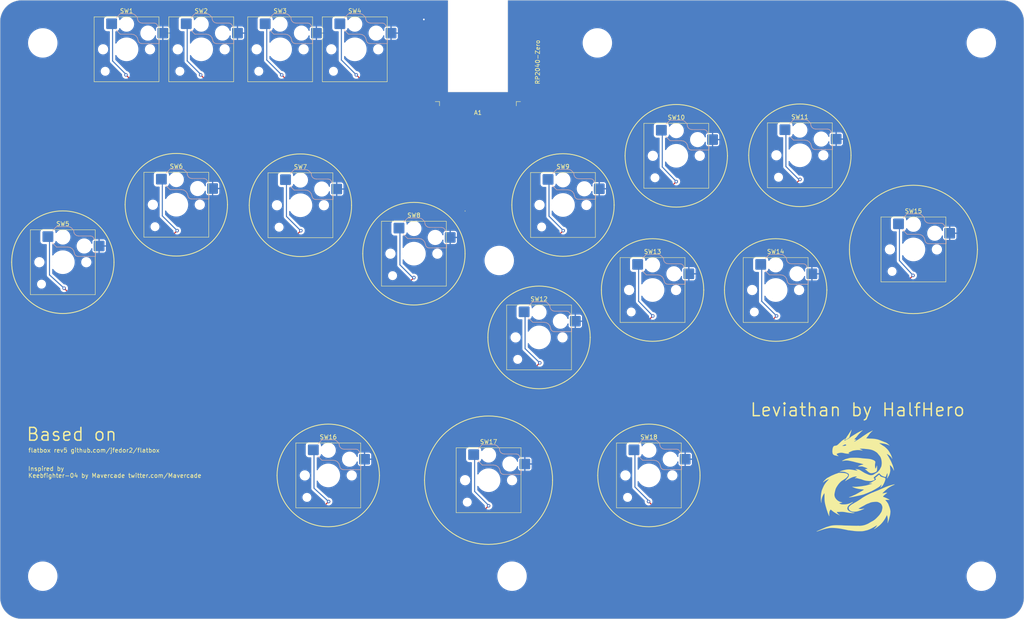
<source format=kicad_pcb>
(kicad_pcb (version 20240108) (generator "pcbnew") (generator_version "8.0")
  (layers (0 "F.Cu" signal) (31 "B.Cu" signal) (34 "B.Paste" user) (35 "F.Paste" user) (36 "B.SilkS" user "B.Silkscreen") (37 "F.SilkS" user "F.Silkscreen") (38 "B.Mask" user) (39 "F.Mask" user) (44 "Edge.Cuts" user))
  (net 0 "")
  (net 1 "GND")
  (net 2 "LEFT")
  (net 3 "DOWN")
  (net 4 "RIGHT")
  (net 5 "UP")
  (net 6 "L1")
  (net 7 "R1")
  (net 8 "TRIANGLE")
  (net 9 "SQUARE")
  (net 10 "CIRCLE")
  (net 11 "CROSS")
  (net 12 "R2")
  (net 13 "L2")
  (net 14 "OPT1")
  (net 15 "OPT2")
  (net 16 "OPT3")
  (net 17 "OPT4")
  (net 18 "OPT5")
  (net 19 "OPT6")
  (footprint "PCM_Switch_Keyboard_Hotswap_Kailh:SW_Hotswap_Kailh_Choc_V1V2" (layer "F.Cu") (at 120.4 68.05)
    (property "Reference" "SW7")
    (property "Value" "SW_Push")
  )
  (footprint "PCM_Switch_Keyboard_Hotswap_Kailh:SW_Hotswap_Kailh_Choc_V1V2" (layer "F.Cu") (at 147 79.4)
    (property "Reference" "SW8")
    (property "Value" "SW_Push")
  )
  (footprint "PCM_Switch_Keyboard_Hotswap_Kailh:SW_Hotswap_Kailh_Choc_V1V2" (layer "F.Cu") (at 164.5 132.5)
    (property "Reference" "SW17")
    (property "Value" "SW_Push")
  )
  (footprint "PCM_Switch_Keyboard_Hotswap_Kailh:SW_Hotswap_Kailh_Choc_V1V2" (layer "F.Cu") (at 181.94 67.99)
    (property "Reference" "SW9")
    (property "Value" "SW_Push")
  )
  (footprint "PCM_Switch_Keyboard_Hotswap_Kailh:SW_Hotswap_Kailh_Choc_V1V2" (layer "F.Cu") (at 208.5 56.46)
    (property "Reference" "SW10")
    (property "Value" "SW_Push")
  )
  (footprint "PCM_Switch_Keyboard_Hotswap_Kailh:SW_Hotswap_Kailh_Choc_V1V2" (layer "F.Cu") (at 237.47 56.34)
    (property "Reference" "SW11")
    (property "Value" "SW_Push")
  )
  (footprint "PCM_Switch_Keyboard_Hotswap_Kailh:SW_Hotswap_Kailh_Choc_V1V2" (layer "F.Cu") (at 176.33 99.03)
    (property "Reference" "SW12")
    (property "Value" "SW_Push")
  )
  (footprint "PCM_Switch_Keyboard_Hotswap_Kailh:SW_Hotswap_Kailh_Choc_V1V2" (layer "F.Cu") (at 202.94 87.92)
    (property "Reference" "SW13")
    (property "Value" "SW_Push")
  )
  (footprint "PCM_Switch_Keyboard_Hotswap_Kailh:SW_Hotswap_Kailh_Choc_V1V2" (layer "F.Cu") (at 231.79 87.92)
    (property "Reference" "SW14")
    (property "Value" "SW_Push")
  )
  (footprint "MountingHole:MountingHole_6.4mm_M6" (layer "F.Cu") (at 60 30)
    (property "Reference" "H1" (hide yes))
    (property "Value" "MountingHole")
  )
  (footprint "MountingHole:MountingHole_6.4mm_M6" (layer "F.Cu") (at 60 155)
    (property "Reference" "H4" (hide yes))
    (property "Value" "MountingHole")
  )
  (footprint "MountingHole:MountingHole_6.4mm_M6" (layer "F.Cu") (at 280 155)
    (property "Reference" "H6" (hide yes))
    (property "Value" "MountingHole")
  )
  (footprint "PCM_Switch_Keyboard_Hotswap_Kailh:SW_Hotswap_Kailh_Choc_V1V2" (layer "F.Cu") (at 91.305 67.93)
    (property "Reference" "SW6")
    (property "Value" "SW_Push")
  )
  (footprint "MountingHole:MountingHole_6.4mm_M6" (layer "F.Cu") (at 280 30)
    (property "Reference" "H3" (hide yes))
    (property "Value" "MountingHole")
  )
  (footprint "PCM_Switch_Keyboard_Hotswap_Kailh:SW_Hotswap_Kailh_Choc_V1V2_1.00u" (layer "F.Cu") (at 97.1375 31.5)
    (property "Reference" "SW2")
    (property "Value" "SW_Push")
  )
  (footprint "PCM_Switch_Keyboard_Hotswap_Kailh:SW_Hotswap_Kailh_Choc_V1V2_1.00u" (layer "F.Cu") (at 115.6365 31.5)
    (property "Reference" "SW3")
    (property "Value" "SW_Push")
  )
  (footprint "PCM_Switch_Keyboard_Hotswap_Kailh:SW_Hotswap_Kailh_Choc_V1V2_1.00u" (layer "F.Cu") (at 79.6375 31.5)
    (property "Reference" "SW1")
    (property "Value" "SW_Push")
  )
  (footprint "PCM_Switch_Keyboard_Hotswap_Kailh:SW_Hotswap_Kailh_Choc_V1V2_1.00u" (layer "F.Cu") (at 133.1375 31.5)
    (property "Reference" "SW4")
    (property "Value" "SW_Push")
  )
  (footprint "PCM_Switch_Keyboard_Hotswap_Kailh:SW_Hotswap_Kailh_Choc_V1V2" (layer "F.Cu") (at 64.705 81.4)
    (property "Reference" "SW5")
    (property "Value" "SW_Push")
  )
  (footprint "PCM_Switch_Keyboard_Hotswap_Kailh:SW_Hotswap_Kailh_Choc_V1V2" (layer "F.Cu") (at 264.086255 78.410082)
    (property "Reference" "SW15")
    (property "Value" "SW_Push")
  )
  (footprint "PCM_Switch_Keyboard_Hotswap_Kailh:SW_Hotswap_Kailh_Choc_V1V2" (layer "F.Cu") (at 126.92 131.38)
    (property "Reference" "SW16")
    (property "Value" "SW_Push")
  )
  (footprint "LOGO" (layer "F.Cu") (at 250.66 132.44)
    (property "Reference" "leviathan-logo" (hide yes))
    (property "Value" "" (hide yes))
  )
  (footprint "RP2040-Zero:RP2040-Zero" (layer "F.Cu") (at 162 32)
    (property "Reference" "A1")
    (property "Value" "RP2040-Zero")
  )
  (footprint "MountingHole:MountingHole_6.4mm_M6" (layer "F.Cu") (at 167 81)
    (property "Reference" "H7" (hide yes))
    (property "Value" "MountingHole")
  )
  (footprint "MountingHole:MountingHole_6.4mm_M6" (layer "F.Cu") (at 190 30)
    (property "Reference" "H2" (hide yes))
    (property "Value" "MountingHole")
  )
  (footprint "MountingHole:MountingHole_6.4mm_M6" (layer "F.Cu") (at 170 155)
    (property "Reference" "H5" (hide yes))
    (property "Value" "MountingHole")
  )
  (footprint "PCM_Switch_Keyboard_Hotswap_Kailh:SW_Hotswap_Kailh_Choc_V1V2" (layer "F.Cu") (at 202.08 131.38)
    (property "Reference" "SW18")
    (property "Value" "SW_Push")
  )
  (gr_line (start 249.462567 56.343258) (end 249.462567 56.343258) (stroke (width 0.2)) (layer "F.SilkS"))
  (gr_curve (pts (xy 132.917215 141.799308) (xy 129.20603 143.947765) (xy 124.633662 143.947765) (xy 120.922477 141.799308)) (stroke (width 0.2)) (layer "F.SilkS"))
  (gr_curve (pts (xy 108.400345 68.05053) (xy 108.400345 63.753617) (xy 110.686529 59.783105) (xy 114.397714 57.634648)) (stroke (width 0.2)) (layer "F.SilkS"))
  (gr_curve (pts (xy 70.701646 91.818162) (xy 66.990462 93.966619) (xy 62.418093 93.966619) (xy 58.706909 91.818162)) (stroke (width 0.2)) (layer "F.SilkS"))
  (gr_curve (pts (xy 126.392452 57.634648) (xy 130.103636 59.783105) (xy 132.389821 63.753617) (xy 132.389821 68.05053)) (stroke (width 0.2)) (layer "F.SilkS"))
  (gr_curve (pts (xy 214.492661 66.8774) (xy 210.781476 69.025857) (xy 206.209108 69.025857) (xy 202.497923 66.8774)) (stroke (width 0.2)) (layer "F.SilkS"))
  (gr_curve (pts (xy 249.077592 78.409747) (xy 249.077592 73.034523) (xy 251.937493 68.067611) (xy 256.58 65.38)) (stroke (width 0.2)) (layer "F.SilkS"))
  (gr_line (start 220.49003 56.461518) (end 220.49003 56.461518) (stroke (width 0.2)) (layer "F.SilkS"))
  (gr_curve (pts (xy 156.993745 145.529412) (xy 152.351238 142.8418) (xy 149.491337 137.874889) (xy 149.491337 132.499665)) (stroke (width 0.2)) (layer "F.SilkS"))
  (gr_curve (pts (xy 237.78893 98.333303) (xy 234.077745 100.481759) (xy 229.505377 100.481759) (xy 225.794192 98.333303)) (stroke (width 0.2)) (layer "F.SilkS"))
  (gr_curve (pts (xy 279.087224 78.409747) (xy 279.087224 83.784971) (xy 276.227322 88.751882) (xy 271.584816 91.439494)) (stroke (width 0.2)) (layer "F.SilkS"))
  (gr_curve (pts (xy 190.085108 131.383426) (xy 190.085108 127.086513) (xy 192.371293 123.116001) (xy 196.082477 120.967546)) (stroke (width 0.2)) (layer "F.SilkS"))
  (gr_curve (pts (xy 70.701646 70.986398) (xy 74.412831 73.134855) (xy 76.699015 77.105367) (xy 76.699015 81.40228)) (stroke (width 0.2)) (layer "F.SilkS"))
  (gr_curve (pts (xy 225.794192 77.501539) (xy 229.505377 75.353082) (xy 234.077745 75.353082) (xy 237.78893 77.501539)) (stroke (width 0.2)) (layer "F.SilkS"))
  (gr_curve (pts (xy 175.945684 78.410868) (xy 172.234499 76.262411) (xy 169.948315 72.2919) (xy 169.948315 67.994986)) (stroke (width 0.2)) (layer "F.SilkS"))
  (gr_curve (pts (xy 243.786299 87.917421) (xy 243.786299 92.214334) (xy 241.500115 96.184846) (xy 237.78893 98.333303)) (stroke (width 0.2)) (layer "F.SilkS"))
  (gr_curve (pts (xy 120.922477 120.967546) (xy 124.633662 118.819088) (xy 129.20603 118.819088) (xy 132.917215 120.967546)) (stroke (width 0.2)) (layer "F.SilkS"))
  (gr_curve (pts (xy 243.465198 45.927376) (xy 247.176383 48.075832) (xy 249.462567 52.046344) (xy 249.462567 56.343258)) (stroke (width 0.2)) (layer "F.SilkS"))
  (gr_line (start 214.932021 87.917421) (end 214.932021 87.917421) (stroke (width 0.2)) (layer "F.SilkS"))
  (gr_curve (pts (xy 126.392452 78.466412) (xy 122.681267 80.614869) (xy 118.108899 80.614869) (xy 114.397714 78.466412)) (stroke (width 0.2)) (layer "F.SilkS"))
  (gr_curve (pts (xy 208.934652 98.333303) (xy 205.223467 100.481759) (xy 200.651099 100.481759) (xy 196.939914 98.333303)) (stroke (width 0.2)) (layer "F.SilkS"))
  (gr_line (start 279.087224 78.409747) (end 279.087224 78.409747) (stroke (width 0.2)) (layer "F.SilkS"))
  (gr_curve (pts (xy 219.796823 87.917421) (xy 219.796823 83.620507) (xy 222.083008 79.649996) (xy 225.794192 77.501539)) (stroke (width 0.2)) (layer "F.SilkS"))
  (gr_curve (pts (xy 171.998561 145.529412) (xy 167.356055 148.217024) (xy 161.636251 148.217024) (xy 156.993745 145.529412)) (stroke (width 0.2)) (layer "F.SilkS"))
  (gr_curve (pts (xy 202.497923 46.045636) (xy 206.209108 43.89718) (xy 210.781476 43.89718) (xy 214.492661 46.045636)) (stroke (width 0.2)) (layer "F.SilkS"))
  (gr_curve (pts (xy 114.925108 131.383426) (xy 114.925108 127.086513) (xy 117.211293 123.116001) (xy 120.922477 120.967546)) (stroke (width 0.2)) (layer "F.SilkS"))
  (gr_curve (pts (xy 120.922477 141.799308) (xy 117.211293 139.650852) (xy 114.925108 135.68034) (xy 114.925108 131.383426)) (stroke (width 0.2)) (layer "F.SilkS"))
  (gr_curve (pts (xy 97.301646 57.516398) (xy 101.012831 59.664855) (xy 103.299015 63.635367) (xy 103.299015 67.93228)) (stroke (width 0.2)) (layer "F.SilkS"))
  (gr_curve (pts (xy 58.706909 70.986398) (xy 62.418093 68.837941) (xy 66.990462 68.837941) (xy 70.701646 70.986398)) (stroke (width 0.2)) (layer "F.SilkS"))
  (gr_curve (pts (xy 193.937791 67.994986) (xy 193.937791 72.2919) (xy 191.651607 76.262411) (xy 187.940422 78.410868)) (stroke (width 0.2)) (layer "F.SilkS"))
  (gr_curve (pts (xy 85.306909 57.516398) (xy 89.018093 55.367941) (xy 93.590462 55.367941) (xy 97.301646 57.516398)) (stroke (width 0.2)) (layer "F.SilkS"))
  (gr_curve (pts (xy 164.335108 99.033426) (xy 164.335108 94.736513) (xy 166.621293 90.766001) (xy 170.332477 88.617546)) (stroke (width 0.2)) (layer "F.SilkS"))
  (gr_curve (pts (xy 196.082477 141.799308) (xy 192.371293 139.650852) (xy 190.085108 135.68034) (xy 190.085108 131.383426)) (stroke (width 0.2)) (layer "F.SilkS"))
  (gr_curve (pts (xy 225.473091 56.343258) (xy 225.473091 52.046344) (xy 227.759275 48.075832) (xy 231.47046 45.927376)) (stroke (width 0.2)) (layer "F.SilkS"))
  (gr_curve (pts (xy 152.999904 89.818924) (xy 149.288719 91.96738) (xy 144.716351 91.96738) (xy 141.005166 89.818924)) (stroke (width 0.2)) (layer "F.SilkS"))
  (gr_curve (pts (xy 135.007798 79.403042) (xy 135.007798 75.106128) (xy 137.293982 71.135617) (xy 141.005166 68.98716)) (stroke (width 0.2)) (layer "F.SilkS"))
  (gr_curve (pts (xy 170.332477 88.617546) (xy 174.043662 86.469088) (xy 178.61603 86.469088) (xy 182.327215 88.617546)) (stroke (width 0.2)) (layer "F.SilkS"))
  (gr_curve (pts (xy 187.940422 57.579104) (xy 191.651607 59.727561) (xy 193.937791 63.698073) (xy 193.937791 67.994986)) (stroke (width 0.2)) (layer "F.SilkS"))
  (gr_curve (pts (xy 196.082477 120.967546) (xy 199.793662 118.819088) (xy 204.36603 118.819088) (xy 208.077215 120.967546)) (stroke (width 0.2)) (layer "F.SilkS"))
  (gr_curve (pts (xy 208.077215 120.967546) (xy 211.7884 123.116001) (xy 214.074584 127.086513) (xy 214.074584 131.383426)) (stroke (width 0.2)) (layer "F.SilkS"))
  (gr_curve (pts (xy 58.706909 91.818162) (xy 54.995724 89.669705) (xy 52.70954 85.699193) (xy 52.70954 81.40228)) (stroke (width 0.2)) (layer "F.SilkS"))
  (gr_line (start 188.324584 99.033426) (end 188.324584 99.033426) (stroke (width 0.2)) (layer "F.SilkS"))
  (gr_curve (pts (xy 214.932021 87.917421) (xy 214.932021 92.214334) (xy 212.645837 96.184846) (xy 208.934652 98.333303)) (stroke (width 0.2)) (layer "F.SilkS"))
  (gr_curve (pts (xy 171.998561 119.469918) (xy 176.641067 122.157529) (xy 179.500969 127.124441) (xy 179.500969 132.499665)) (stroke (width 0.2)) (layer "F.SilkS"))
  (gr_curve (pts (xy 208.077215 141.799308) (xy 204.36603 143.947765) (xy 199.793662 143.947765) (xy 196.082477 141.799308)) (stroke (width 0.2)) (layer "F.SilkS"))
  (gr_curve (pts (xy 97.301646 78.348162) (xy 93.590462 80.496619) (xy 89.018093 80.496619) (xy 85.306909 78.348162)) (stroke (width 0.2)) (layer "F.SilkS"))
  (gr_curve (pts (xy 202.497923 66.8774) (xy 198.786739 64.728943) (xy 196.500555 60.758432) (xy 196.500555 56.461518)) (stroke (width 0.2)) (layer "F.SilkS"))
  (gr_curve (pts (xy 149.491337 132.499665) (xy 149.491337 127.124441) (xy 152.351238 122.157529) (xy 156.993745 119.469918)) (stroke (width 0.2)) (layer "F.SilkS"))
  (gr_line (start 193.937791 67.994986) (end 193.937791 67.994986) (stroke (width 0.2)) (layer "F.SilkS"))
  (gr_curve (pts (xy 182.327215 88.617546) (xy 186.0384 90.766001) (xy 188.324584 94.736513) (xy 188.324584 99.033426)) (stroke (width 0.2)) (layer "F.SilkS"))
  (gr_curve (pts (xy 256.58 91.439494) (xy 251.937493 88.751882) (xy 249.077592 83.784971) (xy 249.077592 78.409747)) (stroke (width 0.2)) (layer "F.SilkS"))
  (gr_curve (pts (xy 196.939914 98.333303) (xy 193.228729 96.184846) (xy 190.942545 92.214334) (xy 190.942545 87.917421)) (stroke (width 0.2)) (layer "F.SilkS"))
  (gr_curve (pts (xy 214.492661 46.045636) (xy 218.203846 48.194093) (xy 220.49003 52.164605) (xy 220.49003 56.461518)) (stroke (width 0.2)) (layer "F.SilkS"))
  (gr_curve (pts (xy 196.939914 77.501539) (xy 200.651099 75.353082) (xy 205.223467 75.353082) (xy 208.934652 77.501539)) (stroke (width 0.2)) (layer "F.SilkS"))
  (gr_curve (pts (xy 103.299015 67.93228) (xy 103.299015 72.229193) (xy 101.012831 76.199705) (xy 97.301646 78.348162)) (stroke (width 0.2)) (layer "F.SilkS"))
  (gr_curve (pts (xy 214.074584 131.383426) (xy 214.074584 135.68034) (xy 211.7884 139.650852) (xy 208.077215 141.799308)) (stroke (width 0.2)) (layer "F.SilkS"))
  (gr_curve (pts (xy 196.500555 56.461518) (xy 196.500555 52.164605) (xy 198.786739 48.194093) (xy 202.497923 46.045636)) (stroke (width 0.2)) (layer "F.SilkS"))
  (gr_curve (pts (xy 256.58 65.38) (xy 261.222506 62.692388) (xy 266.94231 62.692388) (xy 271.584816 65.38)) (stroke (width 0.2)) (layer "F.SilkS"))
  (gr_line (start 103.299015 67.93228) (end 103.299015 67.93228) (stroke (width 0.2)) (layer "F.SilkS"))
  (gr_curve (pts (xy 141.005166 68.98716) (xy 144.716351 66.838703) (xy 149.288719 66.838703) (xy 152.999904 68.98716)) (stroke (width 0.2)) (layer "F.SilkS"))
  (gr_curve (pts (xy 179.500969 132.499665) (xy 179.500969 137.874889) (xy 176.641067 142.8418) (xy 171.998561 145.529412)) (stroke (width 0.2)) (layer "F.SilkS"))
  (gr_curve (pts (xy 190.942545 87.917421) (xy 190.942545 83.620507) (xy 193.228729 79.649996) (xy 196.939914 77.501539)) (stroke (width 0.2)) (layer "F.SilkS"))
  (gr_curve (pts (xy 138.914584 131.383426) (xy 138.914584 135.68034) (xy 136.6284 139.650852) (xy 132.917215 141.799308)) (stroke (width 0.2)) (layer "F.SilkS"))
  (gr_curve (pts (xy 52.70954 81.40228) (xy 52.70954 77.105367) (xy 54.995724 73.134855) (xy 58.706909 70.986398)) (stroke (width 0.2)) (layer "F.SilkS"))
  (gr_curve (pts (xy 152.999904 68.98716) (xy 156.711089 71.135617) (xy 158.997273 75.106128) (xy 158.997273 79.403042)) (stroke (width 0.2)) (layer "F.SilkS"))
  (gr_curve (pts (xy 156.993745 119.469918) (xy 161.636251 116.782306) (xy 167.356055 116.782306) (xy 171.998561 119.469918)) (stroke (width 0.2)) (layer "F.SilkS"))
  (gr_curve (pts (xy 141.005166 89.818924) (xy 137.293982 87.670467) (xy 135.007798 83.699955) (xy 135.007798 79.403042)) (stroke (width 0.2)) (layer "F.SilkS"))
  (gr_curve (pts (xy 243.465198 66.759139) (xy 239.754013 68.907596) (xy 235.181645 68.907596) (xy 231.47046 66.759139)) (stroke (width 0.2)) (layer "F.SilkS"))
  (gr_curve (pts (xy 114.397714 78.466412) (xy 110.686529 76.317955) (xy 108.400345 72.347444) (xy 108.400345 68.05053)) (stroke (width 0.2)) (layer "F.SilkS"))
  (gr_curve (pts (xy 220.49003 56.461518) (xy 220.49003 60.758432) (xy 218.203846 64.728943) (xy 214.492661 66.8774)) (stroke (width 0.2)) (layer "F.SilkS"))
  (gr_curve (pts (xy 132.917215 120.967546) (xy 136.6284 123.116001) (xy 138.914584 127.086513) (xy 138.914584 131.383426)) (stroke (width 0.2)) (layer "F.SilkS"))
  (gr_curve (pts (xy 231.47046 66.759139) (xy 227.759275 64.610683) (xy 225.473091 60.640171) (xy 225.473091 56.343258)) (stroke (width 0.2)) (layer "F.SilkS"))
  (gr_curve (pts (xy 170.332477 109.449308) (xy 166.621293 107.300852) (xy 164.335108 103.33034) (xy 164.335108 99.033426)) (stroke (width 0.2)) (layer "F.SilkS"))
  (gr_curve (pts (xy 114.397714 57.634648) (xy 118.108899 55.486192) (xy 122.681267 55.486192) (xy 126.392452 57.634648)) (stroke (width 0.2)) (layer "F.SilkS"))
  (gr_curve (pts (xy 169.948315 67.994986) (xy 169.948315 63.698073) (xy 172.234499 59.727561) (xy 175.945684 57.579104)) (stroke (width 0.2)) (layer "F.SilkS"))
  (gr_line (start 158.997273 69.403042) (end 158.997273 69.403042) (stroke (width 0.2)) (layer "F.SilkS"))
  (gr_curve (pts (xy 271.584816 65.38) (xy 276.227322 68.067611) (xy 279.087224 73.034523) (xy 279.087224 78.409747)) (stroke (width 0.2)) (layer "F.SilkS"))
  (gr_line (start 132.389821 68.05053) (end 132.389821 68.05053) (stroke (width 0.2)) (layer "F.SilkS"))
  (gr_curve (pts (xy 182.327215 109.449308) (xy 178.61603 111.597765) (xy 174.043662 111.597765) (xy 170.332477 109.449308)) (stroke (width 0.2)) (layer "F.SilkS"))
  (gr_curve (pts (xy 188.324584 99.033426) (xy 188.324584 103.33034) (xy 186.0384 107.300852) (xy 182.327215 109.449308)) (stroke (width 0.2)) (layer "F.SilkS"))
  (gr_curve (pts (xy 132.389821 68.05053) (xy 132.389821 72.347444) (xy 130.103636 76.317955) (xy 126.392452 78.466412)) (stroke (width 0.2)) (layer "F.SilkS"))
  (gr_curve (pts (xy 225.794192 98.333303) (xy 222.083008 96.184846) (xy 219.796823 92.214334) (xy 219.796823 87.917421)) (stroke (width 0.2)) (layer "F.SilkS"))
  (gr_curve (pts (xy 208.934652 77.501539) (xy 212.645837 79.649996) (xy 214.932021 83.620507) (xy 214.932021 87.917421)) (stroke (width 0.2)) (layer "F.SilkS"))
  (gr_curve (pts (xy 85.306909 78.348162) (xy 81.595724 76.199705) (xy 79.30954 72.229193) (xy 79.30954 67.93228)) (stroke (width 0.2)) (layer "F.SilkS"))
  (gr_curve (pts (xy 76.699015 81.40228) (xy 76.699015 85.699193) (xy 74.412831 89.669705) (xy 70.701646 91.818162)) (stroke (width 0.2)) (layer "F.SilkS"))
  (gr_curve (pts (xy 79.30954 67.93228) (xy 79.30954 63.635367) (xy 81.595724 59.664855) (xy 85.306909 57.516398)) (stroke (width 0.2)) (layer "F.SilkS"))
  (gr_line (start 179.500969 132.499665) (end 179.500969 132.499665) (stroke (width 0.2)) (layer "F.SilkS"))
  (gr_curve (pts (xy 158.997273 79.403042) (xy 158.997273 83.699955) (xy 156.711089 87.670467) (xy 152.999904 89.818924)) (stroke (width 0.2)) (layer "F.SilkS"))
  (gr_curve (pts (xy 187.940422 78.410868) (xy 184.229237 80.559325) (xy 179.656869 80.559325) (xy 175.945684 78.410868)) (stroke (width 0.2)) (layer "F.SilkS"))
  (gr_curve (pts (xy 237.78893 77.501539) (xy 241.500115 79.649996) (xy 243.786299 83.620507) (xy 243.786299 87.917421)) (stroke (width 0.2)) (layer "F.SilkS"))
  (gr_curve (pts (xy 231.47046 45.927376) (xy 235.181645 43.778919) (xy 239.754013 43.778919) (xy 243.465198 45.927376)) (stroke (width 0.2)) (layer "F.SilkS"))
  (gr_curve (pts (xy 249.462567 56.343258) (xy 249.462567 60.640171) (xy 247.176383 64.610683) (xy 243.465198 66.759139)) (stroke (width 0.2)) (layer "F.SilkS"))
  (gr_curve (pts (xy 175.945684 57.579104) (xy 179.656869 55.430648) (xy 184.229237 55.430648) (xy 187.940422 57.579104)) (stroke (width 0.2)) (layer "F.SilkS"))
  (gr_line (start 243.786299 87.917421) (end 243.786299 87.917421) (stroke (width 0.2)) (layer "F.SilkS"))
  (gr_curve (pts (xy 271.584816 91.439494) (xy 266.94231 94.127106) (xy 261.222506 94.127106) (xy 256.58 91.439494)) (stroke (width 0.2)) (layer "F.SilkS"))
  (gr_line (start 169 20) (end 285 20) (stroke (width 0.05)) (layer "Edge.Cuts"))
  (gr_line (start 155 20) (end 155 41.5) (stroke (width 0.05)) (layer "Edge.Cuts"))
  (gr_arc (start 285 20) (mid 288.535534 21.464466) (end 290 25) (stroke (width 0.05)) (layer "Edge.Cuts"))
  (gr_line (start 169 41.5) (end 169 20) (stroke (width 0.05)) (layer "Edge.Cuts"))
  (gr_line (start 50 25) (end 50 160) (stroke (width 0.05)) (layer "Edge.Cuts"))
  (gr_arc (start 55 165) (mid 51.464466 163.535534) (end 50 160) (stroke (width 0.05)) (layer "Edge.Cuts"))
  (gr_arc (start 50 25) (mid 51.464466 21.464466) (end 55 20) (stroke (width 0.05)) (layer "Edge.Cuts"))
  (gr_line (start 55 20) (end 155 20) (stroke (width 0.05)) (layer "Edge.Cuts"))
  (gr_arc (start 290 160) (mid 288.535534 163.535534) (end 285 165) (stroke (width 0.05)) (layer "Edge.Cuts"))
  (gr_line (start 290 25) (end 290 160) (stroke (width 0.05)) (layer "Edge.Cuts"))
  (gr_line (start 55 165) (end 285 165) (stroke (width 0.05)) (layer "Edge.Cuts"))
  (gr_line (start 155 41.5) (end 169 41.5) (stroke (width 0.05)) (layer "Edge.Cuts"))
  (gr_text "RP2040-Zero" (at 176 34.5 90) (layer "F.SilkS") (effects (font (size 1 1))))
  (gr_text "Based on" (at 56 123.5 0) (layer "F.SilkS") (effects (font (size 3 3) (thickness 0.33)) (justify left bottom)))
  (gr_text "Inspired by\nKeebfighter-04 by Mavercade twitter.com/Mavercade" (at 56.5 132 0) (layer "F.SilkS") (effects (font (size 1 1)) (justify left bottom)))
  (gr_text "flatbox rev5 github.com/jfedor2/flatbox" (at 72 125.5 0) (layer "F.SilkS") (effects (font (size 1 1))))
  (gr_text "Leviathan by HalfHero" (at 251 116 0) (layer "F.SilkS") (effects (font (size 3 3) (thickness 0.33))))
  (segment (start 149.33 24.5) (end 152.67 24.5) (width 0.381) (layer "F.Cu") (net 1))
  (via (at 149.33 24.5) (size 0.8) (drill 0.4) (layers "F.Cu" "B.Cu") (net 1))
  (segment (start 79 52.5) (end 79 76) (width 0.254) (layer "F.Cu") (net 2))
  (segment (start 85.5 80) (end 91.5 74) (width 0.254) (layer "F.Cu") (net 2))
  (segment (start 141.5 46.5) (end 85 46.5) (width 0.254) (layer "F.Cu") (net 2))
  (segment (start 152.84 42.16) (end 145.84 42.16) (width 0.254) (layer "F.Cu") (net 2))
  (segment (start 85 46.5) (end 79 52.5) (width 0.254) (layer "F.Cu") (net 2))
  (segment (start 83 80) (end 85.5 80) (width 0.254) (layer "F.Cu") (net 2))
  (segment (start 79 76) (end 83 80) (width 0.254) (layer "F.Cu") (net 2))
  (segment (start 145.84 42.16) (end 141.5 46.5) (width 0.254) (layer "F.Cu") (net 2))
  (via (at 91.5 74) (size 0.8) (drill 0.4) (layers "F.Cu" "B.Cu") (net 2))
  (segment (start 91.305 73.83) (end 91.5 74) (width 0.254) (layer "B.Cu") (net 2))
  (segment (start 91.5 74) (end 88.03 70.555) (width 0.254) (layer "B.Cu") (net 2))
  (segment (start 88.03 70.555) (end 88.03 61.98) (width 0.254) (layer "B.Cu") (net 2))
  (segment (start 104.5 53.5) (end 109.5 48.5) (width 0.254) (layer "F.Cu") (net 3))
  (segment (start 156.92 48.5) (end 159.46 45.96) (width 0.254) (layer "F.Cu") (net 3))
  (segment (start 109.5 48.5) (end 156.5 48.5) (width 0.254) (layer "F.Cu") (net 3))
  (segment (start 120.5 74) (end 114 80.5) (width 0.254) (layer "F.Cu") (net 3))
  (segment (start 159.46 45.96) (end 159.46 43.7) (width 0.254) (layer "F.Cu") (net 3))
  (segment (start 104.5 74.5) (end 104.5 53.5) (width 0.254) (layer "F.Cu") (net 3))
  (segment (start 156.5 48.5) (end 156.92 48.5) (width 0.254) (layer "F.Cu") (net 3))
  (segment (start 110.5 80.5) (end 104.5 74.5) (width 0.254) (layer "F.Cu") (net 3))
  (segment (start 114 80.5) (end 110.5 80.5) (width 0.254) (layer "F.Cu") (net 3))
  (via (at 120.5 74) (size 0.8) (drill 0.4) (layers "F.Cu" "B.Cu") (net 3))
  (segment (start 117.125 62.1) (end 117.125 70.675) (width 0.254) (layer "B.Cu") (net 3))
  (segment (start 120.5 74.05) (end 120.4 73.95) (width 0.254) (layer "B.Cu") (net 3))
  (segment (start 120.45 74) (end 120.5 74) (width 0.254) (layer "B.Cu") (net 3))
  (segment (start 117.125 70.675) (end 120.45 74) (width 0.254) (layer "B.Cu") (net 3))
  (segment (start 120.5 74) (end 120.5 74.05) (width 0.254) (layer "B.Cu") (net 3))
  (segment (start 134.5 51.5) (end 134.5 87.5) (width 0.254) (layer "F.Cu") (net 4))
  (segment (start 162 43.7) (end 162 46) (width 0.254) (layer "F.Cu") (net 4))
  (segment (start 162 46) (end 158.5 49.5) (width 0.254) (layer "F.Cu") (net 4))
  (segment (start 141 91) (end 147 85) (width 0.254) (layer "F.Cu") (net 4))
  (segment (start 136.5 49.5) (end 134.5 51.5) (width 0.254) (layer "F.Cu") (net 4))
  (segment (start 158.5 49.5) (end 136.5 49.5) (width 0.254) (layer "F.Cu") (net 4))
  (segment (start 138 91) (end 141 91) (width 0.254) (layer "F.Cu") (net 4))
  (segment (start 134.5 87.5) (end 138 91) (width 0.254) (layer "F.Cu") (net 4))
  (via (at 147 85) (size 0.8) (drill 0.4) (layers "F.Cu" "B.Cu") (net 4))
  (segment (start 146.7 85) (end 147 85) (width 0.254) (layer "B.Cu") (net 4))
  (segment (start 143.725 73.45) (end 143.725 82.025) (width 0.254) (layer "B.Cu") (net 4))
  (segment (start 147 85) (end 147 85.3) (width 0.254) (layer "B.Cu") (net 4))
  (segment (start 147 85.3) (end 147 85.3) (width 0.254) (layer "B.Cu") (net 4))
  (segment (start 143.725 82.025) (end 146.7 85) (width 0.254) (layer "B.Cu") (net 4))
  (segment (start 144 139) (end 151 146) (width 0.254) (layer "F.Cu") (net 5))
  (segment (start 161 49.5) (end 159.5 51) (width 0.254) (layer "F.Cu") (net 5))
  (segment (start 159.5 113.5) (end 144 129) (width 0.254) (layer "F.Cu") (net 5))
  (segment (start 144 129) (end 144 139) (width 0.254) (layer "F.Cu") (net 5))
  (segment (start 159.5 51) (end 159.5 113.5) (width 0.254) (layer "F.Cu") (net 5))
  (segment (start 157 146) (end 164.5 138.5) (width 0.254) (layer "F.Cu") (net 5))
  (segment (start 151 146) (end 157 146) (width 0.254) (layer "F.Cu") (net 5))
  (segment (start 164.54 43.7) (end 164.54 45.96) (width 0.254) (layer "F.Cu") (net 5))
  (segment (start 164.54 45.96) (end 161 49.5) (width 0.254) (layer "F.Cu") (net 5))
  (via (at 164.5 138.5) (size 0.8) (drill 0.4) (layers "F.Cu" "B.Cu") (net 5))
  (segment (start 161.225 126.55) (end 161.225 135.125) (width 0.254) (layer "B.Cu") (net 5))
  (segment (start 164.5 138.4) (end 164.5 138.5) (width 0.254) (layer "B.Cu") (net 5))
  (segment (start 164.6 138.5) (end 164.5 138.4) (width 0.254) (layer "B.Cu") (net 5))
  (segment (start 164.5 138.5) (end 164.6 138.5) (width 0.254) (layer "B.Cu") (net 5))
  (segment (start 161.225 135.125) (end 164.5 138.4) (width 0.254) (layer "B.Cu") (net 5))
  (segment (start 251 45) (end 251 69.5) (width 0.254) (layer "F.Cu") (net 6))
  (segment (start 194 41) (end 195.5 39.5) (width 0.254) (layer "F.Cu") (net 6))
  (segment (start 171.16 29.46) (end 172.96 29.46) (width 0.254) (layer "F.Cu") (net 6))
  (segment (start 173 29.5) (end 184.5 41) (width 0.254) (layer "F.Cu") (net 6))
  (segment (start 247 73.5) (end 247 89) (width 0.254) (layer "F.Cu") (net 6))
  (segment (start 245.5 39.5) (end 251 45) (width 0.254) (layer "F.Cu") (net 6))
  (segment (start 252 94) (end 254.5 94) (width 0.254) (layer "F.Cu") (net 6))
  (segment (start 254.5 94) (end 264 84.5) (width 0.254) (layer "F.Cu") (net 6))
  (segment (start 172.96 29.46) (end 173 29.5) (width 0.254) (layer "F.Cu") (net 6))
  (segment (start 247 89) (end 252 94) (width 0.254) (layer "F.Cu") (net 6))
  (segment (start 195.5 39.5) (end 245.5 39.5) (width 0.254) (layer "F.Cu") (net 6))
  (segment (start 251 69.5) (end 247 73.5) (width 0.254) (layer "F.Cu") (net 6))
  (segment (start 184.5 41) (end 194 41) (width 0.254) (layer "F.Cu") (net 6))
  (via (at 264 84.5) (size 0.8) (drill 0.4) (layers "F.Cu" "B.Cu") (net 6))
  (segment (start 260.811255 81.035082) (end 264 84.5) (width 0.254) (layer "B.Cu") (net 6))
  (segment (start 260.811255 72.460082) (end 260.811255 81.035082) (width 0.254) (layer "B.Cu") (net 6))
  (segment (start 264 84.5) (end 264.086255 84.310082) (width 0.254) (layer "B.Cu") (net 6))
  (segment (start 184 42.5) (end 194.5 42.5) (width 0.254) (layer "F.Cu") (net 7))
  (segment (start 222.5 62) (end 228.5 68) (width 0.254) (layer "F.Cu") (net 7))
  (segment (start 222.5 50) (end 222.5 62) (width 0.254) (layer "F.Cu") (net 7))
  (segment (start 228.5 68) (end 231.5 68) (width 0.254) (layer "F.Cu") (net 7))
  (segment (start 231.5 68) (end 237.5 62) (width 0.254) (layer "F.Cu") (net 7))
  (segment (start 194.5 42.5) (end 196 41) (width 0.254) (layer "F.Cu") (net 7))
  (segment (start 173.5 32) (end 184 42.5) (width 0.254) (layer "F.Cu") (net 7))
  (segment (start 171.16 32) (end 173.5 32) (width 0.254) (layer "F.Cu") (net 7))
  (segment (start 196 41) (end 213.5 41) (width 0.254) (layer "F.Cu") (net 7))
  (segment (start 213.5 41) (end 222.5 50) (width 0.254) (layer "F.Cu") (net 7))
  (via (at 237.5 62) (size 0.8) (drill 0.4) (layers "F.Cu" "B.Cu") (net 7))
  (segment (start 234.195 50.39) (end 234.195 58.965) (width 0.254) (layer "B.Cu") (net 7))
  (segment (start 234.195 58.965) (end 237.23 62) (width 0.254) (layer "B.Cu") (net 7))
  (segment (start 237.23 62) (end 237.5 62) (width 0.254) (layer "B.Cu") (net 7))
  (segment (start 237.5 62) (end 237.5 62.27) (width 0.254) (layer "B.Cu") (net 7))
  (segment (start 237.5 62.27) (end 237.47 62.24) (width 0.254) (layer "B.Cu") (net 7))
  (segment (start 171.16 37.08) (end 173.58 37.08) (width 0.254) (layer "F.Cu") (net 8))
  (segment (start 173.58 37.08) (end 196.5 60) (width 0.254) (layer "F.Cu") (net 8))
  (segment (start 196.5 64.5) (end 199.5 67.5) (width 0.254) (layer "F.Cu") (net 8))
  (segment (start 203.5 67.5) (end 208.5 62.5) (width 0.254) (layer "F.Cu") (net 8))
  (segment (start 196.5 60) (end 196.5 64.5) (width 0.254) (layer "F.Cu") (net 8))
  (segment (start 199.5 67.5) (end 203.5 67.5) (width 0.254) (layer "F.Cu") (net 8))
  (via (at 208.5 62.5) (size 0.8) (drill 0.4) (layers "F.Cu" "B.Cu") (net 8))
  (segment (start 205.225 50.51) (end 205.225 59.085) (width 0.254) (layer "B.Cu") (net 8))
  (segment (start 208.5 62.5) (end 208.5 62.36) (width 0.254) (layer "B.Cu") (net 8))
  (segment (start 205.225 59.085) (end 208.5 62.5) (width 0.254) (layer "B.Cu") (net 8))
  (segment (start 173.66 42.16) (end 175.5 44) (width 0.254) (layer "F.Cu") (net 9))
  (segment (start 175.5 45) (end 169.5 51) (width 0.254) (layer "F.Cu") (net 9))
  (segment (start 175.5 44) (end 175.5 45) (width 0.254) (layer "F.Cu") (net 9))
  (segment (start 169.5 51) (end 169.5 73.5) (width 0.254) (layer "F.Cu") (net 9))
  (segment (start 171.16 42.16) (end 173.66 42.16) (width 0.254) (layer "F.Cu") (net 9))
  (segment (start 173.75 77.75) (end 178.25 77.75) (width 0.254) (layer "F.Cu") (net 9))
  (segment (start 178.25 77.75) (end 182 74) (width 0.254) (layer "F.Cu") (net 9))
  (segment (start 169.5 73.5) (end 173.75 77.75) (width 0.254) (layer "F.Cu") (net 9))
  (via (at 182 74) (size 0.8) (drill 0.4) (layers "F.Cu" "B.Cu") (net 9))
  (segment (start 178.665 62.04) (end 178.665 70.615) (width 0.254) (layer "B.Cu") (net 9))
  (segment (start 182.05 74) (end 181.94 73.89) (width 0.254) (layer "B.Cu") (net 9))
  (segment (start 178.665 70.615) (end 182 73.95) (width 0.254) (layer "B.Cu") (net 9))
  (segment (start 182 74) (end 182.05 74) (width 0.254) (layer "B.Cu") (net 9))
  (segment (start 182 73.95) (end 182 74) (width 0.254) (layer "B.Cu") (net 9))
  (segment (start 171.16 39.62) (end 173.62 39.62) (width 0.254) (layer "F.Cu") (net 10))
  (segment (start 194.5 73.5) (end 189.5 78.5) (width 0.254) (layer "F.Cu") (net 10))
  (segment (start 198 99) (end 203 94) (width 0.254) (layer "F.Cu") (net 10))
  (segment (start 195 99) (end 198 99) (width 0.254) (layer "F.Cu") (net 10))
  (segment (start 189.5 93.5) (end 195 99) (width 0.254) (layer "F.Cu") (net 10))
  (segment (start 173.62 39.62) (end 194.5 60.5) (width 0.254) (layer "F.Cu") (net 10))
  (segment (start 189.5 78.5) (end 189.5 93.5) (width 0.254) (layer "F.Cu") (net 10))
  (segment (start 194.5 60.5) (end 194.5 73.5) (width 0.254) (layer "F.Cu") (net 10))
  (via (at 203 94) (size 0.8) (drill 0.4) (layers "F.Cu" "B.Cu") (net 10))
  (segment (start 199.665 81.97) (end 199.665 90.545) (width 0.254) (layer "B.Cu") (net 10))
  (segment (start 203 94) (end 202.94 93.82) (width 0.254) (layer "B.Cu") (net 10))
  (segment (start 199.665 90.545) (end 203 94) (width 0.254) (layer "B.Cu") (net 10))
  (segment (start 160.5 104) (end 167 110.5) (width 0.254) (layer "F.Cu") (net 11))
  (segment (start 160.5 52.5) (end 160.5 104) (width 0.254) (layer "F.Cu") (net 11))
  (segment (start 167.08 45.92) (end 160.5 52.5) (width 0.254) (layer "F.Cu") (net 11))
  (segment (start 167.08 43.7) (end 167.08 45.92) (width 0.254) (layer "F.Cu") (net 11))
  (segment (start 167 110.5) (end 171 110.5) (width 0.254) (layer "F.Cu") (net 11))
  (segment (start 171 110.5) (end 176.5 105) (width 0.254) (layer "F.Cu") (net 11))
  (via (at 176.5 105) (size 0.8) (drill 0.4) (layers "F.Cu" "B.Cu") (net 11))
  (segment (start 176.5 105) (end 176.33 104.93) (width 0.254) (layer "B.Cu") (net 11))
  (segment (start 173.055 93.08) (end 173.055 101.655) (width 0.254) (layer "B.Cu") (net 11))
  (segment (start 173.055 101.655) (end 176.5 105) (width 0.254) (layer "B.Cu") (net 11))
  (segment (start 196.5 42.5) (end 213.5 42.5) (width 0.254) (layer "F.Cu") (net 12))
  (segment (start 218.5 83) (end 218.5 96.5) (width 0.254) (layer "F.Cu") (net 12))
  (segment (start 226 100) (end 232 94) (width 0.254) (layer "F.Cu") (net 12))
  (segment (start 222 100) (end 226 100) (width 0.254) (layer "F.Cu") (net 12))
  (segment (start 221 80.5) (end 218.5 83) (width 0.254) (layer "F.Cu") (net 12))
  (segment (start 171.16 34.54) (end 173.54 34.54) (width 0.254) (layer "F.Cu") (net 12))
  (segment (start 195 44) (end 196.5 42.5) (width 0.254) (layer "F.Cu") (net 12))
  (segment (start 221 50) (end 221 80.5) (width 0.254) (layer "F.Cu") (net 12))
  (segment (start 213.5 42.5) (end 221 50) (width 0.254) (layer "F.Cu") (net 12))
  (segment (start 183 44) (end 195 44) (width 0.254) (layer "F.Cu") (net 12))
  (segment (start 173.54 34.54) (end 183 44) (width 0.254) (layer "F.Cu") (net 12))
  (segment (start 218.5 96.5) (end 222 100) (width 0.254) (layer "F.Cu") (net 12))
  (via (at 232 94) (size 0.8) (drill 0.4) (layers "F.Cu" "B.Cu") (net 12))
  (segment (start 228.515 81.97) (end 228.515 90.545) (width 0.254) (layer "B.Cu") (net 12))
  (segment (start 228.515 90.545) (end 232 94) (width 0.254) (layer "B.Cu") (net 12))
  (segment (start 232 94) (end 231.79 93.82) (width 0.254) (layer "B.Cu") (net 12))
  (segment (start 253 55) (end 259 61) (width 0.254) (layer "F.Cu") (net 13))
  (segment (start 202 137.5) (end 208.5 144) (width 0.254) (layer "F.Cu") (net 13))
  (segment (start 195.5 38) (end 245.5 38) (width 0.254) (layer "F.Cu") (net 13))
  (segment (start 280.5 89) (end 267 102.5) (width 0.254) (layer "F.Cu") (net 13))
  (segment (start 184.5 39.5) (end 194 39.5) (width 0.254) (layer "F.Cu") (net 13))
  (segment (start 171.92 26.92) (end 184.5 39.5) (width 0.254) (layer "F.Cu") (net 13))
  (segment (start 272.5 61) (end 280.5 69) (width 0.254) (layer "F.Cu") (net 13))
  (segment (start 259 61) (end 272.5 61) (width 0.254) (layer "F.Cu") (net 13))
  (segment (start 215.5 142.5) (end 214 144) (width 0.254) (layer "F.Cu") (net 13))
  (segment (start 194 39.5) (end 195.5 38) (width 0.254) (layer "F.Cu") (net 13))
  (segment (start 267 102.5) (end 220.5 102.5) (width 0.254) (layer "F.Cu") (net 13))
  (segment (start 220.5 102.5) (end 215.5 107.5) (width 0.254) (layer "F.Cu") (net 13))
  (segment (start 245.5 38) (end 253 45.5) (width 0.254) (layer "F.Cu") (net 13))
  (segment (start 171.92 26.92) (end 171.16 26.92) (width 0.381) (layer "F.Cu") (net 13))
  (segment (start 215.5 107.5) (end 215.5 142.5) (width 0.254) (layer "F.Cu") (net 13))
  (segment (start 208.5 144) (end 214 144) (width 0.254) (layer "F.Cu") (net 13))
  (segment (start 253 45.5) (end 253 55) (width 0.254) (layer "F.Cu") (net 13))
  (segment (start 280.5 69) (end 280.5 89) (width 0.254) (layer "F.Cu") (net 13))
  (via (at 202 137.5) (size 0.8) (drill 0.4) (layers "F.Cu" "B.Cu") (net 13))
  (segment (start 198.805 134.105) (end 202 137.3) (width 0.254) (layer "B.Cu") (net 13))
  (segment (start 198.805 125.53) (end 198.805 134.105) (width 0.254) (layer "B.Cu") (net 13))
  (segment (start 202 137.5) (end 202.2 137.5) (width 0.254) (layer "B.Cu") (net 13))
  (segment (start 202.2 137.5) (end 202.08 137.38) (width 0.254) (layer "B.Cu") (net 13))
  (segment (start 202 137.3) (end 202 137.5) (width 0.254) (layer "B.Cu") (net 13))
  (segment (start 86.5 44.5) (end 79.5 37.5) (width 0.254) (layer "F.Cu") (net 14))
  (segment (start 146 40) (end 141.5 44.5) (width 0.254) (layer "F.Cu") (net 14))
  (segment (start 141.5 44.5) (end 86.5 44.5) (width 0.254) (layer "F.Cu") (net 14))
  (segment (start 146.42 37.08) (end 146 37.5) (width 0.254) (layer "F.Cu") (net 14))
  (segment (start 146 37.5) (end 146 40) (width 0.254) (layer "F.Cu") (net 14))
  (segment (start 152.84 37.08) (end 146.42 37.08) (width 0.254) (layer "F.Cu") (net 14))
  (via (at 79.5 37.5) (size 0.8) (drill 0.4) (layers "F.Cu" "B.Cu") (net 14))
  (segment (start 79.5 37.3625) (end 79.5 37.5) (width 0.254) (layer "B.Cu") (net 14))
  (segment (start 76.3625 34.225) (end 79.5 37.3625) (width 0.254) (layer "B.Cu") (net 14))
  (segment (start 79.6375 37.5) (end 79.6375 37.5) (width 0.254) (layer "B.Cu") (net 14))
  (segment (start 76.3625 25.65) (end 76.3625 34.225) (width 0.254) (layer "B.Cu") (net 14))
  (segment (start 79.5 37.5) (end 79.6375 37.5) (width 0.254) (layer "B.Cu") (net 14))
  (segment (start 145 36) (end 145 40) (width 0.254) (layer "F.Cu") (net 15))
  (segment (start 145 40) (end 141.5 43.5) (width 0.254) (layer "F.Cu") (net 15))
  (segment (start 152.84 34.54) (end 146.46 34.54) (width 0.254) (layer "F.Cu") (net 15))
  (segment (start 146.46 34.54) (end 145 36) (width 0.254) (layer "F.Cu") (net 15))
  (segment (start 141.5 43.5) (end 103 43.5) (width 0.254) (layer "F.Cu") (net 15))
  (segment (start 103 43.5) (end 97 37.5) (width 0.254) (layer "F.Cu") (net 15))
  (via (at 97 37.5) (size 0.8) (drill 0.4) (layers "F.Cu" "B.Cu") (net 15))
  (segment (start 97.1375 37.5) (end 97.1375 37.5) (width 0.254) (layer "B.Cu") (net 15))
  (segment (start 97 37.3625) (end 97 37.5) (width 0.254) (layer "B.Cu") (net 15))
  (segment (start 97 37.5) (end 97.1375 37.5) (width 0.254) (layer "B.Cu") (net 15))
  (segment (start 93.8625 25.65) (end 93.8625 34.225) (width 0.254) (layer "B.Cu") (net 15))
  (segment (start 93.8625 34.225) (end 97 37.3625) (width 0.254) (layer "B.Cu") (net 15))
  (segment (start 147.38 39.62) (end 141.5 45.5) (width 0.254) (layer "F.Cu") (net 16))
  (segment (start 78 87) (end 72.25 92.75) (width 0.254) (layer "F.Cu") (net 16))
  (segment (start 72.25 92.75) (end 70.25 92.75) (width 0.254) (layer "F.Cu") (net 16))
  (segment (start 78 52.5) (end 78 87) (width 0.254) (layer "F.Cu") (net 16))
  (segment (start 141.5 45.5) (end 85 45.5) (width 0.254) (layer "F.Cu") (net 16))
  (segment (start 85 45.5) (end 78 52.5) (width 0.254) (layer "F.Cu") (net 16))
  (segment (start 152.84 39.62) (end 147.38 39.62) (width 0.254) (layer "F.Cu") (net 16))
  (segment (start 70.25 92.75) (end 65 87.5) (width 0.254) (layer "F.Cu") (net 16))
  (via (at 65 87.5) (size 0.8) (drill 0.4) (layers "F.Cu" "B.Cu") (net 16))
  (segment (start 61.58 84.38) (end 65 87.5) (width 0.254) (layer "B.Cu") (net 16))
  (segment (start 61.58 75.805) (end 61.58 84.38) (width 0.254) (layer "B.Cu") (net 16))
  (segment (start 65 87.5) (end 64.855 87.655) (width 0.254) (layer "B.Cu") (net 16))
  (segment (start 103.5 132.5) (end 103.5 53.5) (width 0.254) (layer "F.Cu") (net 17))
  (segment (start 127 137.5) (end 120 144.5) (width 0.254) (layer "F.Cu") (net 17))
  (segment (start 115.5 144.5) (end 103.5 132.5) (width 0.254) (layer "F.Cu") (net 17))
  (segment (start 103.5 53.5) (end 109.5 47.5) (width 0.254) (layer "F.Cu") (net 17))
  (segment (start 120 144.5) (end 115.5 144.5) (width 0.254) (layer "F.Cu") (net 17))
  (segment (start 155 47.5) (end 156.92 45.58) (width 0.254) (layer "F.Cu") (net 17))
  (segment (start 109.5 47.5) (end 155 47.5) (width 0.254) (layer "F.Cu") (net 17))
  (segment (start 156.92 45.58) (end 156.92 43.7) (width 0.254) (layer "F.Cu") (net 17))
  (via (at 127 137.5) (size 0.8) (drill 0.4) (layers "F.Cu" "B.Cu") (net 17))
  (segment (start 123.58 125.805) (end 123.58 134.38) (width 0.254) (layer "B.Cu") (net 17))
  (segment (start 127 137.5) (end 126.855 137.655) (width 0.254) (layer "B.Cu") (net 17))
  (segment (start 123.58 134.38) (end 127 137.5) (width 0.254) (layer "B.Cu") (net 17))
  (segment (start 121 42.5) (end 116 37.5) (width 0.254) (layer "F.Cu") (net 18))
  (segment (start 144 40) (end 141.5 42.5) (width 0.254) (layer "F.Cu") (net 18))
  (segment (start 152.84 32) (end 148 32) (width 0.254) (layer "F.Cu") (net 18))
  (segment (start 141.5 42.5) (end 121 42.5) (width 0.254) (layer "F.Cu") (net 18))
  (segment (start 148 32) (end 144 36) (width 0.254) (layer "F.Cu") (net 18))
  (segment (start 144 36) (end 144 40) (width 0.254) (layer "F.Cu") (net 18))
  (via (at 116 37.5) (size 0.8) (drill 0.4) (layers "F.Cu" "B.Cu") (net 18))
  (segment (start 112.5 25.425) (end 112.5 34) (width 0.254) (layer "B.Cu") (net 18))
  (segment (start 116 37.5) (end 115.775 37.275) (width 0.254) (layer "B.Cu") (net 18))
  (segment (start 112.5 34) (end 116 37.5) (width 0.254) (layer "B.Cu") (net 18))
  (segment (start 141.5 41.5) (end 137.5 41.5) (width 0.254) (layer "F.Cu") (net 19))
  (segment (start 143 36) (end 143 40) (width 0.254) (layer "F.Cu") (net 19))
  (segment (start 137.5 41.5) (end 133.5 37.5) (width 0.254) (layer "F.Cu") (net 19))
  (segment (start 149.54 29.46) (end 143 36) (width 0.254) (layer "F.Cu") (net 19))
  (segment (start 152.84 29.46) (end 149.54 29.46) (width 0.254) (layer "F.Cu") (net 19))
  (segment (start 143 40) (end 141.5 41.5) (width 0.254) (layer "F.Cu") (net 19))
  (via (at 133.5 37.5) (size 0.8) (drill 0.4) (layers "F.Cu" "B.Cu") (net 19))
  (segment (start 130 34) (end 133.5 37.5) (width 0.254) (layer "B.Cu") (net 19))
  (segment (start 133.5 37.5) (end 133.275 37.275) (width 0.254) (layer "B.Cu") (net 19))
  (segment (start 130 25.425) (end 130 34) (width 0.254) (layer "B.Cu") (net 19))
  (zone (net 1) (net_name "GND") (layer "B.Cu") (connect_pads (clearance 0.508)) (min_thickness 0.254) (fill yes (thermal_gap 0.3) (thermal_bridge_width 0.3))
    (polygon (pts (xy 290 165) (xy 50 165) (xy 50 20) (xy 290 20)))
  )
)
</source>
